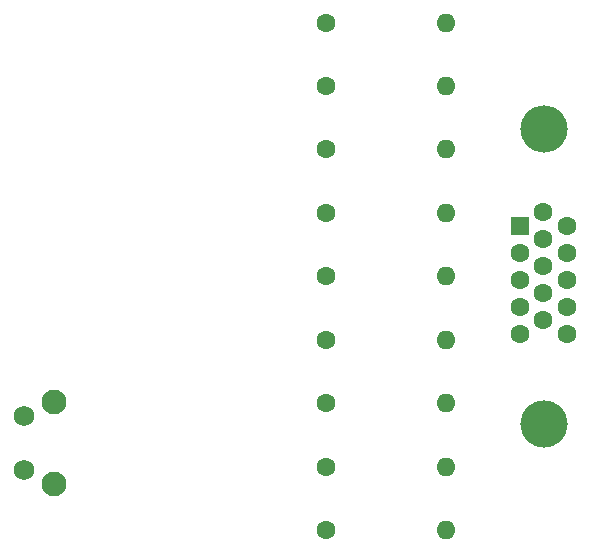
<source format=gts>
%TF.GenerationSoftware,KiCad,Pcbnew,7.0.10*%
%TF.CreationDate,2024-01-30T15:37:57+11:00*%
%TF.ProjectId,RP2040-TestPatternGenerator,52503230-3430-42d5-9465-737450617474,rev?*%
%TF.SameCoordinates,Original*%
%TF.FileFunction,Soldermask,Top*%
%TF.FilePolarity,Negative*%
%FSLAX46Y46*%
G04 Gerber Fmt 4.6, Leading zero omitted, Abs format (unit mm)*
G04 Created by KiCad (PCBNEW 7.0.10) date 2024-01-30 15:37:57*
%MOMM*%
%LPD*%
G01*
G04 APERTURE LIST*
%ADD10O,1.600000X1.600000*%
%ADD11C,1.600000*%
%ADD12C,4.000000*%
%ADD13O,4.000000X4.000000*%
%ADD14R,1.600000X1.600000*%
%ADD15C,2.100000*%
%ADD16C,1.750000*%
G04 APERTURE END LIST*
D10*
%TO.C,R8*%
X155580000Y-69875000D03*
D11*
X145420000Y-69875000D03*
%TD*%
D10*
%TO.C,R7*%
X155580000Y-75250000D03*
D11*
X145420000Y-75250000D03*
%TD*%
D10*
%TO.C,R3*%
X155580000Y-96750000D03*
D11*
X145420000Y-96750000D03*
%TD*%
D10*
%TO.C,R6*%
X155580000Y-80625000D03*
D11*
X145420000Y-80625000D03*
%TD*%
D10*
%TO.C,R9*%
X155580000Y-64500000D03*
D11*
X145420000Y-64500000D03*
%TD*%
D10*
%TO.C,R1*%
X155580000Y-107500000D03*
D11*
X145420000Y-107500000D03*
%TD*%
D10*
%TO.C,R5*%
X155580000Y-86000000D03*
D11*
X145420000Y-86000000D03*
%TD*%
D10*
%TO.C,R4*%
X155580000Y-91375000D03*
D11*
X145420000Y-91375000D03*
%TD*%
D12*
%TO.C,RGBS OUT*%
X163899669Y-98515000D03*
D13*
X163899669Y-73515000D03*
D14*
X161849669Y-81700000D03*
D11*
X161849669Y-83990000D03*
X161849669Y-86280000D03*
X161849669Y-88570000D03*
X161849669Y-90860000D03*
X163829669Y-80555000D03*
X163829669Y-82845000D03*
X163829669Y-85135000D03*
X163829669Y-87425000D03*
X163829669Y-89715000D03*
X165809669Y-81700000D03*
X165809669Y-83990000D03*
X165809669Y-86280000D03*
X165809669Y-88570000D03*
X165809669Y-90860000D03*
%TD*%
D15*
%TO.C,SW1*%
X122400000Y-103600000D03*
X122400000Y-96590000D03*
D16*
X119910000Y-102350000D03*
X119910000Y-97850000D03*
%TD*%
D10*
%TO.C,R2*%
X155580000Y-102125000D03*
D11*
X145420000Y-102125000D03*
%TD*%
M02*

</source>
